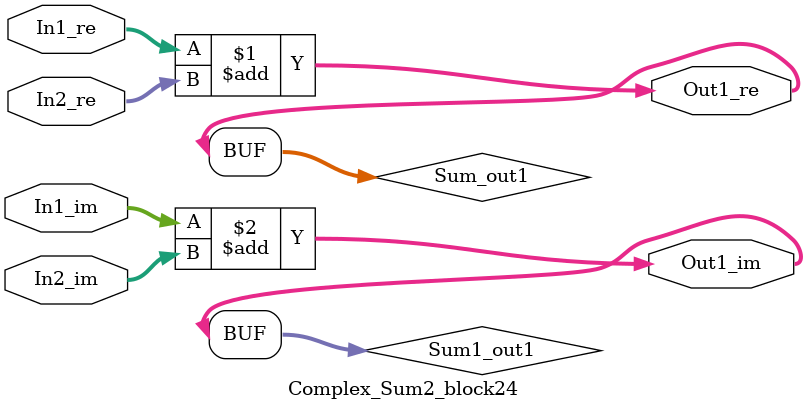
<source format=v>



`timescale 1 ns / 1 ns

module Complex_Sum2_block24
          (In1_re,
           In1_im,
           In2_re,
           In2_im,
           Out1_re,
           Out1_im);


  input   signed [36:0] In1_re;  // sfix37_En22
  input   signed [36:0] In1_im;  // sfix37_En22
  input   signed [36:0] In2_re;  // sfix37_En22
  input   signed [36:0] In2_im;  // sfix37_En22
  output  signed [36:0] Out1_re;  // sfix37_En22
  output  signed [36:0] Out1_im;  // sfix37_En22


  wire signed [36:0] Sum_out1;  // sfix37_En22
  wire signed [36:0] Sum1_out1;  // sfix37_En22


  assign Sum_out1 = In1_re + In2_re;



  assign Out1_re = Sum_out1;

  assign Sum1_out1 = In1_im + In2_im;



  assign Out1_im = Sum1_out1;

endmodule  // Complex_Sum2_block24


</source>
